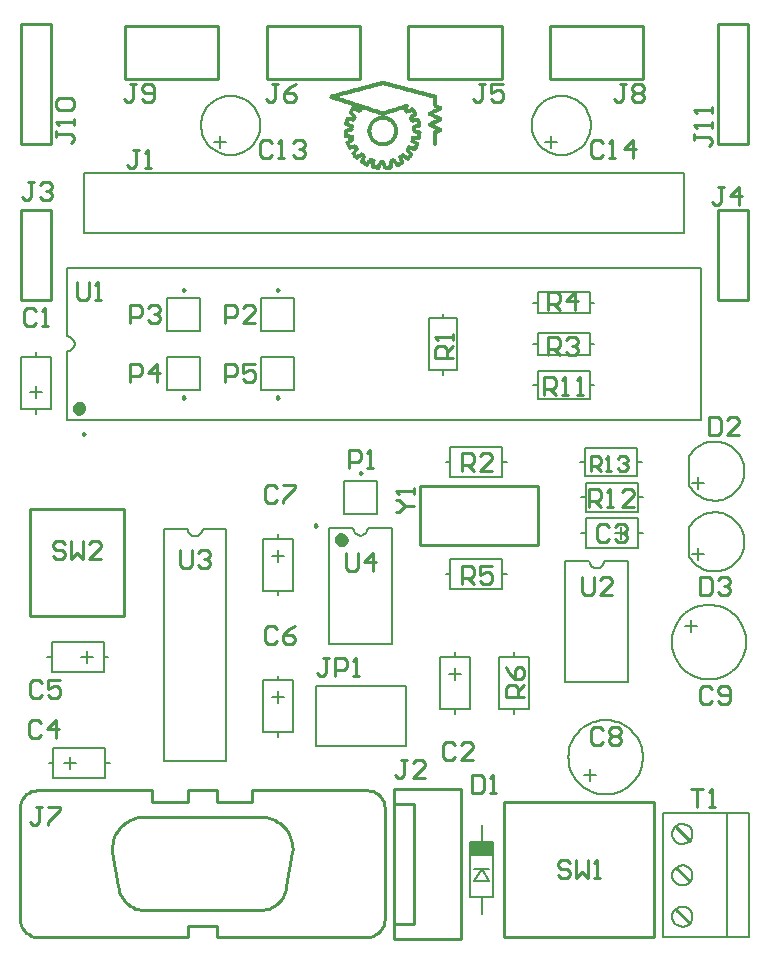
<source format=gto>
%FSAX44Y44*%
%MOMM*%
G71*
G01*
G75*
G04 Layer_Color=65535*
%ADD10C,0.2540*%
%ADD11C,1.0000*%
%ADD12R,1.5000X1.5000*%
%ADD13C,1.2000*%
%ADD14C,1.5240*%
%ADD15R,1.5240X1.5240*%
%ADD16R,1.2000X1.2000*%
%ADD17C,1.5000*%
%ADD18P,1.6236X8X112.5*%
%ADD19R,1.5000X1.5000*%
%ADD20C,1.5000*%
%ADD21P,1.5154X8X22.5*%
%ADD22C,1.4000*%
%ADD23C,3.5000*%
%ADD24C,2.5000*%
%ADD25R,2.5000X2.5000*%
%ADD26R,1.2000X1.2000*%
%ADD27R,1.5000X1.5000*%
%ADD28R,1.5240X1.5240*%
%ADD29C,3.1750*%
%ADD30C,1.2700*%
%ADD31C,0.2500*%
%ADD32C,0.2000*%
%ADD33C,0.6000*%
%ADD34R,0.3048X0.0254*%
%ADD35R,0.4318X0.0254*%
%ADD36R,0.6350X0.0254*%
%ADD37R,0.8382X0.0254*%
%ADD38R,1.0668X0.0254*%
%ADD39R,1.1684X0.0254*%
%ADD40R,1.3716X0.0254*%
%ADD41R,1.5748X0.0254*%
%ADD42R,1.7780X0.0254*%
%ADD43R,1.9304X0.0254*%
%ADD44R,2.1590X0.0254*%
%ADD45R,2.3368X0.0254*%
%ADD46R,1.1176X0.0254*%
%ADD47R,1.1938X0.0254*%
%ADD48R,1.1430X0.0254*%
%ADD49R,1.2192X0.0254*%
%ADD50R,1.0922X0.0254*%
%ADD51R,0.9906X0.0254*%
%ADD52R,1.0414X0.0254*%
%ADD53R,0.9144X0.0254*%
%ADD54R,0.7874X0.0254*%
%ADD55R,0.8636X0.0254*%
%ADD56R,0.7366X0.0254*%
%ADD57R,0.6604X0.0254*%
%ADD58R,0.6096X0.0254*%
%ADD59R,0.7620X0.0254*%
%ADD60R,0.5588X0.0254*%
%ADD61R,0.8890X0.0254*%
%ADD62R,0.3556X0.0254*%
%ADD63R,0.9398X0.0254*%
%ADD64R,0.2794X0.0254*%
%ADD65R,0.9652X0.0254*%
%ADD66R,0.0762X0.0254*%
%ADD67R,0.2032X0.0254*%
%ADD68R,0.3302X0.0254*%
%ADD69R,0.4826X0.0254*%
%ADD70R,0.3810X0.0254*%
%ADD71R,0.6858X0.0254*%
%ADD72R,0.0508X0.0254*%
%ADD73R,0.5334X0.0254*%
%ADD74R,0.1778X0.0254*%
%ADD75R,0.8128X0.0254*%
%ADD76R,0.5842X0.0254*%
%ADD77R,0.2540X0.0254*%
%ADD78R,0.4572X0.0254*%
%ADD79R,1.0160X0.0254*%
%ADD80R,0.1524X0.0254*%
%ADD81R,1.8796X0.0254*%
%ADD82R,1.2700X0.0254*%
%ADD83R,0.4064X0.0254*%
%ADD84R,0.5080X0.0254*%
%ADD85R,1.8288X0.0254*%
%ADD86R,1.6510X0.0254*%
%ADD87R,1.5240X0.0254*%
%ADD88R,1.3462X0.0254*%
%ADD89R,0.1016X0.0254*%
%ADD90R,0.7112X0.0254*%
%ADD91R,1.4224X0.0254*%
%ADD92R,1.4986X0.0254*%
%ADD93R,1.6256X0.0254*%
%ADD94R,0.2286X0.0254*%
%ADD95R,0.1270X0.0254*%
%ADD96R,1.4732X0.0254*%
%ADD97R,1.3208X0.0254*%
%ADD98R,1.2446X0.0254*%
%ADD99R,1.9300X1.2040*%
G54D10*
X00995009Y00798358D02*
X00996858Y00796509D01*
X00999000Y00795010D01*
X01001370Y00793905D01*
X01003895Y00793228D01*
X01006500Y00793000D01*
X01006500Y00793000D02*
X01133500D01*
Y00802500D01*
X01158500D01*
Y00793000D01*
X01285500D01*
X01285500Y00793000D02*
X01288105Y00793228D01*
X01290630Y00793905D01*
X01293000Y00795010D01*
X01295142Y00796509D01*
X01296991Y00798358D01*
X01298490Y00800500D01*
X01299595Y00802870D01*
X01300272Y00805395D01*
X01300500Y00808000D01*
X01300500Y00808000D02*
Y00902000D01*
X01300500Y00902000D02*
X01300272Y00904605D01*
X01299595Y00907130D01*
X01298490Y00909500D01*
X01296991Y00911642D01*
X01295142Y00913491D01*
X01293000Y00914990D01*
X01290630Y00916095D01*
X01288105Y00916772D01*
X01285500Y00917000D01*
X01285500Y00917000D02*
X01188500D01*
Y00907500D01*
X01158500D01*
Y00917000D01*
X01133500D01*
Y00907500D01*
X01103500D01*
Y00917000D01*
X01006500D01*
X01006500Y00917000D02*
X01003895Y00916772D01*
X01001370Y00916095D01*
X00999000Y00914990D01*
X00996858Y00913491D01*
X00995009Y00911642D01*
X00993510Y00909500D01*
X00992405Y00907130D01*
X00991728Y00904605D01*
X00991500Y00902000D01*
X00991500Y00902000D02*
Y00808000D01*
X00991500Y00808000D02*
X00991728Y00805395D01*
X00992405Y00802870D01*
X00993510Y00800500D01*
X00995009Y00798358D01*
X01080957Y00822503D02*
X01082813Y00820755D01*
X01084853Y00819226D01*
X01087051Y00817934D01*
X01089379Y00816897D01*
X01091810Y00816127D01*
X01094311Y00815634D01*
X01096852Y00815424D01*
X01099400Y00815500D01*
X01099400D02*
X01192600D01*
X01192600Y00815500D02*
X01195148Y00815424D01*
X01197689Y00815634D01*
X01200190Y00816127D01*
X01202621Y00816897D01*
X01204949Y00817934D01*
X01207148Y00819226D01*
X01209187Y00820755D01*
X01211043Y00822503D01*
X01212691Y00824448D01*
X01214111Y00826566D01*
X01215285Y00828829D01*
X01216198Y00831209D01*
X01216839Y00833676D01*
X01217200Y00836200D01*
X01222300Y00865100D01*
X01222300Y00865100D02*
X01222406Y00867601D01*
X01222281Y00870102D01*
X01221926Y00872580D01*
X01221344Y00875016D01*
X01220539Y00877387D01*
X01219519Y00879673D01*
X01218293Y00881856D01*
X01216870Y00883916D01*
X01215263Y00885836D01*
X01213486Y00887600D01*
X01211554Y00889193D01*
X01209483Y00890600D01*
X01207291Y00891810D01*
X01204997Y00892812D01*
X01202620Y00893599D01*
X01200181Y00894163D01*
X01197700Y00894500D01*
X01197700Y00894500D02*
X01094300D01*
X01094300Y00894500D02*
X01091819Y00894163D01*
X01089380Y00893599D01*
X01087003Y00892812D01*
X01084708Y00891810D01*
X01082517Y00890600D01*
X01080446Y00889192D01*
X01078514Y00887600D01*
X01076737Y00885836D01*
X01075130Y00883916D01*
X01073707Y00881856D01*
X01072481Y00879673D01*
X01071461Y00877386D01*
X01070656Y00875016D01*
X01070074Y00872580D01*
X01069719Y00870102D01*
X01069594Y00867601D01*
X01069700Y00865100D01*
X01069700Y00865100D02*
X01074800Y00836200D01*
X01075161Y00833676D01*
X01075802Y00831209D01*
X01076715Y00828829D01*
X01077889Y00826566D01*
X01079309Y00824448D01*
X01080957Y00822503D01*
X01015235Y00887500D02*
Y00890039D01*
X01025392Y00900196D01*
Y00902735D01*
X01015235D01*
X01010157D02*
X01005078D01*
X01007617D01*
Y00890039D01*
X01005078Y00887500D01*
X01002539D01*
X01000000Y00890039D01*
X01002085Y00961230D02*
X01007163D01*
X01009703Y00963769D01*
X00999546D02*
X01002085Y00961230D01*
X00999546Y00963769D02*
Y00973926D01*
X01002085Y00976465D01*
X01007163D01*
X01009703Y00973926D01*
X01014781Y00968848D02*
X01024938D01*
X01022399Y00976465D02*
X01014781Y00968848D01*
X01022399Y00976465D02*
Y00961230D01*
X01022853Y00995000D02*
X01017774D01*
X01015235Y00997539D01*
X01010157D02*
X01007617Y00995000D01*
X01002539D01*
X01000000Y00997539D01*
Y01007696D01*
X01002539Y01010235D01*
X01007617D01*
X01010157Y01007696D01*
X01015235Y01010235D02*
Y01002617D01*
X01020313Y01005157D01*
X01022853D01*
X01025392Y01002617D01*
Y00997539D01*
X01022853Y00995000D01*
X01025392Y01010235D02*
X01015235D01*
X01080000Y01065000D02*
Y01155000D01*
X01000000D01*
Y01065000D01*
X01080000D01*
X01127500Y01107539D02*
X01130039Y01105000D01*
X01135117D01*
X01137657Y01107539D01*
Y01120235D01*
X01142735Y01117696D02*
X01145274Y01120235D01*
X01150353D01*
X01152892Y01117696D01*
Y01115157D01*
X01150353Y01112617D01*
X01147813D01*
X01150353D01*
X01152892Y01110078D01*
Y01107539D01*
X01150353Y01105000D01*
X01145274D01*
X01142735Y01107539D01*
X01127500D02*
Y01120235D01*
X01060627Y01122657D02*
Y01125196D01*
X01058088Y01127735D01*
X01053009D01*
X01050470Y01125196D01*
X01045392Y01127735D02*
Y01112500D01*
X01040313Y01117578D01*
X01035235Y01112500D01*
Y01127735D01*
X01050470Y01112500D02*
X01060627Y01122657D01*
Y01112500D02*
X01050470D01*
X01030157Y01115039D02*
X01027617Y01112500D01*
X01022539D01*
X01020000Y01115039D01*
Y01122657D02*
X01022539Y01120117D01*
X01027617D01*
X01030157Y01117578D01*
Y01115039D01*
Y01125196D02*
X01027617Y01127735D01*
X01022539D01*
X01020000Y01125196D01*
Y01122657D01*
X01165000Y01262500D02*
Y01277735D01*
X01172618D01*
X01175157Y01275196D01*
Y01270118D01*
X01172618Y01267578D01*
X01165000D01*
X01180235Y01265039D02*
X01182775Y01262500D01*
X01187853D01*
X01190392Y01265039D01*
Y01270118D01*
X01187853Y01272657D01*
X01185314D01*
X01180235Y01270118D01*
Y01277735D01*
X01190392D01*
Y01312500D02*
X01180235D01*
X01190392Y01322657D01*
Y01325196D01*
X01187853Y01327735D01*
X01182775D01*
X01180235Y01325196D01*
X01175157D02*
Y01320118D01*
X01172618Y01317578D01*
X01165000D01*
Y01312500D02*
Y01327735D01*
X01172618D01*
X01175157Y01325196D01*
X01110392D02*
Y01322657D01*
X01107853Y01320118D01*
X01105313D01*
X01107853D01*
X01110392Y01317578D01*
Y01315039D01*
X01107853Y01312500D01*
X01102774D01*
X01100235Y01315039D01*
X01107853Y01277735D02*
X01100235Y01270118D01*
X01110392D01*
X01107853Y01262500D02*
Y01277735D01*
X01095157Y01320118D02*
X01092618Y01317578D01*
X01085000D01*
Y01312500D02*
Y01327735D01*
X01092618D01*
X01095157Y01325196D01*
Y01320118D01*
X01092618Y01277735D02*
X01095157Y01275196D01*
Y01270118D01*
X01092618Y01267578D01*
X01085000D01*
Y01262500D02*
Y01277735D01*
X01092618D01*
X01100235Y01325196D02*
X01102774Y01327735D01*
X01107853D01*
X01110392Y01325196D01*
X01060313Y01332500D02*
X01057774D01*
Y01347735D01*
X01055235Y01345196D01*
X01050157Y01347735D02*
Y01335039D01*
X01047617Y01332500D01*
X01042539D01*
X01040000Y01335039D01*
Y01347735D01*
X01055235Y01332500D02*
X01060313D01*
X01017700Y01331900D02*
Y01408100D01*
X00992300D01*
Y01331900D01*
X01017700D01*
X01012774Y01325235D02*
X01010235Y01322696D01*
X01005157D02*
X01002617Y01325235D01*
X00997539D01*
X00995000Y01322696D01*
Y01312539D01*
X00997539Y01310000D01*
X01002617D01*
X01005157Y01312539D01*
X01010235Y01310000D02*
X01015313D01*
X01012774D01*
Y01325235D01*
X01011422Y01417066D02*
X01008883Y01419605D01*
X01001265D02*
X00998726Y01417066D01*
X00996187D01*
X00993648Y01419605D01*
X00998726Y01432301D02*
X01001265D01*
Y01419605D01*
X01003805Y01432301D02*
X00998726D01*
X01011422Y01417066D02*
X01016501D01*
X01019040Y01419605D01*
Y01422144D01*
X01016501Y01424684D01*
X01013961D01*
X01016501D01*
X01019040Y01427223D01*
Y01429762D01*
X01016501Y01432301D01*
X01011422D01*
X01008883Y01429762D01*
X01034961Y01465000D02*
X01037500Y01467539D01*
Y01470078D01*
X01034961Y01472617D01*
X01022265D01*
Y01470078D01*
Y01475157D01*
X01024804Y01480235D02*
X01022265Y01482774D01*
X01037500D01*
Y01485313D01*
Y01480235D01*
X01082500Y01446539D02*
X01085039Y01444000D01*
X01087578D01*
X01090117Y01446539D01*
Y01459235D01*
X01087578D01*
X01092657D01*
X01097735Y01444000D02*
X01102813D01*
X01100274D01*
Y01459235D01*
X01097735Y01456696D01*
X01097774Y01500000D02*
X01102853D01*
X01105392Y01502539D01*
Y01512696D01*
X01102853Y01515235D01*
X01097774D01*
X01095235Y01512696D01*
Y01510157D01*
X01097774Y01507617D01*
X01105392D01*
X01097774Y01500000D02*
X01095235Y01502539D01*
X01087617D02*
X01085078Y01500000D01*
X01082539D01*
X01080000Y01502539D01*
X01087617D02*
Y01515235D01*
X01085078D01*
X01090157D01*
X01080500Y01519000D02*
X01159500D01*
Y01564000D01*
X01080500D01*
Y01519000D01*
X01034961Y01503088D02*
X01037500Y01500549D01*
Y01495470D01*
X01034961Y01492931D01*
X01024804D01*
X01022265Y01495470D01*
Y01500549D01*
X01024804Y01503088D01*
X01034961D01*
X01017700Y01464200D02*
Y01565800D01*
X00992300D01*
Y01464200D01*
X01017700D01*
X01195000Y01465196D02*
Y01455039D01*
X01197539Y01452500D01*
X01202617D01*
X01205157Y01455039D01*
X01210235Y01452500D02*
X01215313D01*
X01212774D01*
Y01467735D01*
X01210235Y01465196D01*
X01205157D02*
X01202617Y01467735D01*
X01197539D01*
X01195000Y01465196D01*
X01222931D02*
X01225470Y01467735D01*
X01230548D01*
X01233088Y01465196D01*
Y01462657D01*
X01230548Y01460117D01*
X01228009D01*
X01230548D01*
X01233088Y01457578D01*
Y01455039D01*
X01230548Y01452500D01*
X01225470D01*
X01222931Y01455039D01*
X01225392Y01502539D02*
Y01505078D01*
X01222853Y01507617D01*
X01215235D01*
Y01502539D01*
X01217774Y01500000D01*
X01222853D01*
X01225392Y01502539D01*
X01279500Y01519000D02*
Y01564000D01*
X01200500D01*
Y01519000D01*
X01279500D01*
X01320500D02*
X01399500D01*
Y01564000D01*
X01320500D01*
Y01519000D01*
X01375000Y01502539D02*
X01377539Y01500000D01*
X01380078D01*
X01382617Y01502539D01*
Y01515235D01*
X01380078D01*
X01385157D01*
X01390235Y01507617D02*
X01395313Y01510157D01*
X01397853D01*
X01400392Y01507617D01*
Y01502539D01*
X01397853Y01500000D01*
X01392774D01*
X01390235Y01502539D01*
Y01507617D02*
Y01515235D01*
X01400392D01*
X01440500Y01519000D02*
X01519500D01*
Y01564000D01*
X01440500D01*
Y01519000D01*
X01477539Y01467735D02*
X01475000Y01465196D01*
Y01455039D01*
X01477539Y01452500D01*
X01482617D01*
X01485157Y01455039D01*
X01490235Y01452500D02*
X01495313D01*
X01492774D01*
Y01467735D01*
X01490235Y01465196D01*
X01485157D02*
X01482617Y01467735D01*
X01477539D01*
X01510549D02*
X01502931Y01460117D01*
X01513088D01*
X01510549Y01452500D02*
Y01467735D01*
X01517853Y01500000D02*
X01512774D01*
X01510235Y01502539D01*
Y01505078D01*
X01512774Y01507617D01*
X01510235Y01510157D01*
Y01512696D01*
X01512774Y01515235D01*
X01517853D01*
X01520392Y01512696D01*
Y01510157D01*
X01517853Y01507617D01*
X01520392Y01505078D01*
Y01502539D01*
X01517853Y01500000D01*
Y01507617D02*
X01512774D01*
X01502617Y01502539D02*
X01500078Y01500000D01*
X01497539D01*
X01495000Y01502539D01*
X01502617D02*
Y01515235D01*
X01500078D01*
X01505157D01*
X01562265Y01480274D02*
X01564804Y01477735D01*
X01562265Y01480274D02*
X01577500D01*
Y01482813D01*
Y01477735D01*
X01574961Y01470117D02*
X01577500Y01467578D01*
Y01465039D01*
X01574961Y01462500D01*
Y01470117D02*
X01562265D01*
Y01467578D01*
Y01472657D01*
X01582578Y01427735D02*
X01585117D01*
Y01415039D01*
X01582578Y01412500D01*
X01580039D01*
X01577500Y01415039D01*
X01582300Y01408100D02*
X01607700D01*
Y01331900D01*
X01582300D01*
Y01408100D01*
X01600353Y01412500D02*
Y01427735D01*
X01592735Y01420117D01*
X01602892D01*
X01587657Y01427735D02*
X01582578D01*
X01582300Y01464200D02*
X01607700D01*
Y01565800D01*
X01582300D01*
Y01464200D01*
X01577500Y01490431D02*
Y01495509D01*
Y01492970D01*
X01562265D01*
X01564804Y01490431D01*
X01446278Y01339217D02*
X01448817Y01336678D01*
Y01331599D01*
X01446278Y01329060D01*
X01438660D01*
Y01323982D02*
Y01339217D01*
X01446278D01*
X01443738Y01329060D02*
X01448817Y01323982D01*
X01446278Y01300985D02*
X01448817Y01298446D01*
Y01293367D01*
X01446278Y01290828D01*
X01438660D01*
X01443738D02*
X01448817Y01285750D01*
X01438660D02*
Y01300985D01*
X01446278D01*
X01442878Y01266756D02*
X01445417Y01264217D01*
Y01259138D01*
X01442878Y01256599D01*
X01435260D01*
Y01251521D02*
Y01266756D01*
X01442878D01*
X01440338Y01256599D02*
X01445417Y01251521D01*
X01475000Y01199996D02*
X01481248D01*
X01483331Y01197913D01*
Y01193748D01*
X01481248Y01191665D01*
X01475000D01*
Y01187500D02*
Y01199996D01*
X01479165Y01191665D02*
X01483331Y01187500D01*
X01487496D02*
X01491661D01*
X01489579D01*
Y01199996D01*
X01487496Y01197913D01*
X01497909D02*
X01499992Y01199996D01*
X01504157D01*
X01506240Y01197913D01*
Y01195831D01*
X01504157Y01193748D01*
X01502075D01*
X01504157D01*
X01506240Y01191665D01*
Y01189583D01*
X01504157Y01187500D01*
X01499992D01*
X01497909Y01189583D01*
X01503750Y01171775D02*
X01501211Y01169236D01*
X01503750Y01171775D02*
X01508828D01*
X01511367Y01169236D01*
Y01166697D01*
X01501211Y01156540D01*
X01511367D01*
X01493593D02*
X01491054D01*
Y01171775D01*
X01488515Y01169236D01*
X01483436D02*
Y01164158D01*
X01480897Y01161618D01*
X01473280D01*
X01478358D02*
X01483436Y01156540D01*
X01488515D02*
X01493593D01*
X01495235Y01140196D02*
X01497774Y01142735D01*
X01502853D01*
X01505392Y01140196D01*
Y01137657D01*
X01502853Y01135117D01*
X01500313D01*
X01502853D01*
X01505392Y01132578D01*
Y01130039D01*
X01502853Y01127500D01*
X01497774D01*
X01495235Y01130039D01*
X01490157D02*
X01487617Y01127500D01*
X01482539D01*
X01480000Y01130039D01*
Y01140196D01*
X01482539Y01142735D01*
X01487617D01*
X01490157Y01140196D01*
X01490353Y01097735D02*
X01485274D01*
X01482735Y01095196D01*
X01492892D02*
X01490353Y01097735D01*
X01492892Y01095196D02*
Y01092657D01*
X01482735Y01082500D01*
X01492892D01*
X01477657Y01097735D02*
Y01085039D01*
X01475117Y01082500D01*
X01470039D01*
X01467500Y01085039D01*
Y01097735D01*
X01473280Y01156540D02*
Y01171775D01*
X01480897D01*
X01483436Y01169236D01*
X01567500Y01097735D02*
Y01082500D01*
X01575117D01*
X01577657Y01085039D01*
Y01095196D01*
X01575117Y01097735D01*
X01567500D01*
X01582735Y01095196D02*
X01585274Y01097735D01*
X01590353D01*
X01592892Y01095196D01*
Y01092657D01*
X01590353Y01090118D01*
X01587813D01*
X01590353D01*
X01592892Y01087578D01*
Y01085039D01*
X01590353Y01082500D01*
X01585274D01*
X01582735Y01085039D01*
X01577657Y01002696D02*
X01575117Y01005235D01*
X01570039D01*
X01567500Y01002696D01*
Y00992539D01*
X01570039Y00990000D01*
X01575117D01*
X01577657Y00992539D01*
X01582735D02*
X01585274Y00990000D01*
X01590353D01*
X01592892Y00992539D01*
Y01002696D01*
X01590353Y01005235D01*
X01585274D01*
X01582735Y01002696D01*
Y01000157D01*
X01585274Y00997617D01*
X01592892D01*
X01577774Y00917735D02*
X01575235Y00915196D01*
X01577774Y00917735D02*
Y00902500D01*
X01580313D01*
X01575235D01*
X01565078D02*
Y00917735D01*
X01570157D01*
X01560000D01*
X01547100Y00885640D02*
X01558530Y00874210D01*
X01547100Y00851350D02*
X01558530Y00839920D01*
X01547100Y00815790D02*
X01558530Y00804360D01*
X01528500Y00792850D02*
Y00907150D01*
X01401500D01*
Y00792850D01*
X01528500D01*
X01483049Y00842500D02*
X01480509D01*
Y00857735D01*
X01477970Y00855196D01*
X01472892Y00857735D02*
Y00842500D01*
X01467813Y00847578D01*
X01462735Y00842500D01*
Y00857735D01*
X01457657Y00855196D02*
X01455117Y00857735D01*
X01450039D01*
X01447500Y00855196D01*
Y00852657D01*
X01450039Y00850117D01*
X01455117D01*
X01457657Y00847578D01*
Y00845039D01*
X01455117Y00842500D01*
X01450039D01*
X01447500Y00845039D01*
X01477970Y00842500D02*
X01483049D01*
X01482617Y00955000D02*
X01485157Y00957539D01*
X01490235D02*
Y00960078D01*
X01492774Y00962617D01*
X01490235Y00965157D01*
Y00967696D01*
X01492774Y00970235D01*
X01497853D01*
X01500392Y00967696D01*
Y00965157D01*
X01497853Y00962617D01*
X01500392Y00960078D01*
Y00957539D01*
X01497853Y00955000D01*
X01492774D01*
X01490235Y00957539D01*
X01492774Y00962617D02*
X01497853D01*
X01482617Y00955000D02*
X01477539D01*
X01475000Y00957539D01*
Y00967696D01*
X01477539Y00970235D01*
X01482617D01*
X01485157Y00967696D01*
X01418460Y01005937D02*
X01413382Y01000858D01*
Y01003397D02*
Y00995780D01*
X01403225D02*
Y01003397D01*
X01405764Y01005937D01*
X01410842D01*
X01413382Y01003397D01*
X01415921Y01011015D02*
X01418460Y01013554D01*
Y01018632D01*
X01415921Y01021172D01*
X01413382D01*
X01410842Y01018632D01*
Y01011015D01*
X01415921D01*
X01410842D02*
X01405764Y01016093D01*
X01403225Y01021172D01*
Y00995780D02*
X01418460D01*
X01392168Y00929889D02*
X01389629Y00927350D01*
X01392168Y00929889D02*
Y00914654D01*
X01394707D01*
X01389629D01*
X01375392Y00942500D02*
X01365235D01*
X01375392Y00952657D01*
Y00955196D01*
X01372853Y00957735D01*
X01367774D01*
X01365235Y00955196D01*
X01360157D02*
X01357617Y00957735D01*
X01352539D01*
X01350000Y00955196D01*
Y00945039D01*
X01352539Y00942500D01*
X01357617D01*
X01360157Y00945039D01*
X01374394Y00929889D02*
Y00914654D01*
X01382012D01*
X01384551Y00917193D01*
Y00927350D01*
X01382012Y00929889D01*
X01374394D01*
X01365400Y00918500D02*
Y00791500D01*
X01308200D01*
Y00918500D01*
X01365400D01*
X01334762Y00937511D02*
Y00940050D01*
X01332223Y00942589D01*
X01327144D01*
X01324605Y00940050D01*
X01334762Y00937511D02*
X01324605Y00927354D01*
X01334762D01*
X01325000Y00905800D02*
Y00804200D01*
X01308200D01*
X01325000Y00905800D02*
X01308200D01*
X01311909Y00927354D02*
X01309370Y00929893D01*
X01311909Y00927354D02*
X01314448D01*
X01316987Y00929893D01*
Y00942589D01*
X01314448D01*
X01319527D01*
X01278888Y01013940D02*
X01276349D01*
Y01029175D01*
X01273810Y01026636D01*
X01268732D02*
Y01021557D01*
X01266193Y01019018D01*
X01258575D01*
Y01013940D02*
Y01029175D01*
X01266193D01*
X01268732Y01026636D01*
X01273810Y01013940D02*
X01278888D01*
X01250957Y01016479D02*
X01248418Y01013940D01*
X01245879D01*
X01243340Y01016479D01*
X01250957D02*
Y01029175D01*
X01248418D01*
X01253497D01*
X01221804Y01040551D02*
X01224343Y01043090D01*
Y01045629D01*
X01221804Y01048168D01*
X01214186D01*
Y01043090D01*
X01216725Y01040551D01*
X01221804D01*
X01206569D02*
X01209108Y01043090D01*
X01206569Y01040551D02*
X01201490D01*
X01198951Y01043090D01*
Y01053247D01*
X01201490Y01055786D01*
X01206569D01*
X01209108Y01053247D01*
X01219264D02*
X01214186Y01048168D01*
X01219264Y01053247D02*
X01224343Y01055786D01*
X01267500Y01105039D02*
X01270039Y01102500D01*
X01275117D01*
X01277657Y01105039D01*
Y01117735D01*
X01267500D02*
Y01105039D01*
X01282735Y01110117D02*
X01292892D01*
X01290353Y01102500D02*
Y01117735D01*
X01282735Y01110117D01*
X01309765Y01152500D02*
X01312304D01*
X01317383Y01157578D01*
X01312304Y01162657D01*
X01309765D01*
Y01170274D02*
X01312304Y01167735D01*
X01309765Y01170274D02*
X01325000D01*
Y01172813D01*
Y01167735D01*
X01330000Y01175000D02*
X01430000D01*
Y01125000D01*
X01330000D01*
Y01175000D01*
X01325000Y01157578D02*
X01317383D01*
X01290313Y01190000D02*
X01287774D01*
Y01205235D01*
X01285235Y01202696D01*
X01280157D02*
Y01197617D01*
X01277617Y01195078D01*
X01270000D01*
Y01205235D02*
X01277617D01*
X01280157Y01202696D01*
X01270000Y01205235D02*
Y01190000D01*
X01285235D02*
X01290313D01*
X01365780Y01106775D02*
X01373397D01*
X01375936Y01104236D01*
Y01099158D01*
X01373397Y01096619D01*
X01365780D01*
X01370858D02*
X01375936Y01091540D01*
X01383554D02*
X01381015Y01094080D01*
X01383554Y01091540D02*
X01388632D01*
X01391172Y01094080D01*
Y01099158D01*
X01388632Y01101697D01*
X01386093D01*
X01381015Y01099158D01*
Y01106775D01*
X01391172D01*
X01365780D02*
Y01091540D01*
X01391472Y01187641D02*
X01381315D01*
X01391472Y01197797D01*
Y01200337D01*
X01388932Y01202876D01*
X01383854D01*
X01381315Y01200337D01*
X01376237D02*
Y01195258D01*
X01373697Y01192719D01*
X01366080D01*
X01371158D02*
X01376237Y01187641D01*
X01366080D02*
Y01202876D01*
X01373697D01*
X01376237Y01200337D01*
X01358479Y01282760D02*
X01343244D01*
Y01290378D01*
X01345783Y01292917D01*
X01350862D01*
X01353401Y01290378D01*
Y01282760D01*
Y01287839D02*
X01358479Y01292917D01*
Y01297995D02*
Y01303074D01*
Y01300535D01*
X01343244D01*
X01345783Y01297995D01*
X01450495Y01251521D02*
X01455573D01*
X01453034D01*
Y01266756D01*
X01450495Y01264217D01*
X01463191D02*
X01465730Y01266756D01*
Y01251521D01*
X01468269D01*
X01463191D01*
X01461513Y01285750D02*
X01456434D01*
X01453895Y01288289D01*
X01464052D02*
X01461513Y01285750D01*
X01464052Y01288289D02*
Y01290828D01*
X01461513Y01293367D01*
X01458974D01*
X01461513D01*
X01464052Y01295907D01*
Y01298446D01*
X01461513Y01300985D01*
X01456434D01*
X01453895Y01298446D01*
X01461513Y01323982D02*
Y01339217D01*
X01453895Y01331599D01*
X01464052D01*
X01575000Y01232735D02*
Y01217500D01*
X01582617D01*
X01585157Y01220039D01*
Y01230196D01*
X01582617Y01232735D01*
X01575000D01*
X01590235Y01217500D02*
X01600392Y01227657D01*
Y01230196D01*
X01597853Y01232735D01*
X01592774D01*
X01590235Y01230196D01*
Y01217500D02*
X01600392D01*
X01225392Y01515235D02*
X01220313Y01512696D01*
X01215235Y01507617D01*
X01207617Y01502539D02*
X01205078Y01500000D01*
X01202539D01*
X01200000Y01502539D01*
X01207617D02*
Y01515235D01*
X01205078D01*
X01210157D01*
X01209108Y01173247D02*
X01206569Y01175786D01*
X01201490D01*
X01198951Y01173247D01*
Y01163090D01*
X01201490Y01160551D01*
X01206569D01*
X01209108Y01163090D01*
X01214186D02*
Y01160551D01*
Y01163090D02*
X01224343Y01173247D01*
Y01175786D01*
X01214186D01*
G54D31*
X01045075Y01217718D02*
X01046950Y01218800D01*
X01045075Y01219883D01*
Y01217718D01*
X01129375Y01248417D02*
X01131250Y01249500D01*
X01129375Y01250583D01*
Y01248417D01*
X01209375D02*
X01211250Y01249500D01*
X01209375Y01250583D01*
Y01248417D01*
X01279375Y01186583D02*
Y01184417D01*
X01281250Y01185500D01*
X01279375Y01186583D01*
X01243150Y01141100D02*
X01241275Y01142183D01*
Y01140017D01*
X01243150Y01141100D01*
X01211250Y01340500D02*
X01209375Y01341583D01*
Y01339418D01*
X01211250Y01340500D01*
X01131250D02*
X01129375Y01341583D01*
Y01339418D01*
X01131250Y01340500D01*
G54D32*
X01020000Y00927300D02*
Y00952700D01*
X01064000D01*
Y00927300D01*
X01020000D01*
X01034280Y00934920D02*
Y00945080D01*
X01039360Y00940000D02*
X01029200D01*
X01020000D02*
X01016000D01*
X01064000D02*
X01068000D01*
X01113500Y00941500D02*
X01166500D01*
Y01138500D01*
X01146350D01*
X01146350Y01138500D02*
X01145867Y01136070D01*
X01144490Y01134010D01*
X01142430Y01132633D01*
X01140000Y01132150D01*
X01137570Y01132633D01*
X01135510Y01134010D01*
X01134133Y01136070D01*
X01133650Y01138500D01*
X01133650Y01138500D02*
X01113500D01*
Y00941500D01*
X01066500Y01030000D02*
X01062500D01*
X01053300D02*
X01043140D01*
X01048220Y01024920D02*
Y01035080D01*
X01062500Y01042700D02*
X01018500D01*
Y01017300D01*
X01062500D01*
Y01042700D01*
X01018500Y01030000D02*
X01014500D01*
X01197300Y00966000D02*
X01222700D01*
Y01010000D01*
X01197300D01*
Y00966000D01*
X01210000D02*
Y00962000D01*
X01241900Y00954600D02*
X01318100D01*
Y01005400D01*
X01241900D01*
Y00954600D01*
X01210000Y00990640D02*
Y01000800D01*
Y01010000D02*
Y01014000D01*
X01204920Y00995720D02*
X01215080D01*
X01253500Y01041000D02*
X01306500D01*
Y01139000D01*
X01286350D01*
X01286350D02*
X01285867Y01136570D01*
X01284490Y01134510D01*
X01282430Y01133133D01*
X01280000Y01132650D01*
X01277570Y01133133D01*
X01275510Y01134510D01*
X01274133Y01136570D01*
X01273650Y01139000D01*
X01273650D02*
X01253500D01*
Y01041000D01*
X01222700Y01086000D02*
Y01130000D01*
X01197300D01*
Y01086000D01*
X01222700D01*
X01210000D02*
Y01082000D01*
Y01110640D02*
Y01120800D01*
X01204920Y01115720D02*
X01215080D01*
X01210000Y01130000D02*
Y01134000D01*
X01266000Y01151000D02*
Y01179000D01*
X01294000D01*
Y01151000D01*
X01266000D01*
X01352000Y01100000D02*
X01356000D01*
Y01112500D01*
X01400000D01*
Y01087500D01*
X01356000D01*
Y01100000D01*
X01400000D02*
X01404000D01*
X01360000Y01034000D02*
Y01030000D01*
Y01020800D02*
Y01010640D01*
X01354920Y01015720D02*
X01365080D01*
X01372700Y01030000D02*
X01347300D01*
Y00986000D01*
X01372700D01*
Y01030000D01*
X01360000Y00986000D02*
Y00982000D01*
X01397500Y00986000D02*
Y01030000D01*
X01422500D01*
Y00986000D01*
X01410000D01*
Y00982000D01*
Y00986000D02*
X01397500D01*
X01410000Y01030000D02*
Y01034000D01*
X01465679Y00967718D02*
X01463922Y00965888D01*
X01462318Y00963923D01*
X01460876Y00961836D01*
X01459608Y00959639D01*
X01458521Y00957347D01*
X01457621Y00954975D01*
X01456915Y00952538D01*
X01456408Y00950053D01*
X01456102Y00947535D01*
X01456000Y00945000D01*
X01456102Y00942465D01*
X01456408Y00939947D01*
X01456915Y00937461D01*
X01457621Y00935025D01*
X01458521Y00932653D01*
X01459608Y00930361D01*
X01460876Y00928164D01*
X01462318Y00926077D01*
X01463922Y00924112D01*
X01465679Y00922282D01*
X01467578Y00920600D01*
X01469606Y00919076D01*
X01471750Y00917720D01*
X01473996Y00916541D01*
X01476330Y00915547D01*
X01478736Y00914744D01*
X01481199Y00914137D01*
X01483703Y00913730D01*
X01486232Y00913526D01*
X01488768D01*
X01491297Y00913730D01*
X01493801Y00914137D01*
X01496264Y00914744D01*
X01498670Y00915547D01*
X01501004Y00916541D01*
X01503250Y00917720D01*
X01505394Y00919076D01*
X01507422Y00920600D01*
X01509321Y00922282D01*
X01511078Y00924112D01*
X01512682Y00926077D01*
X01514124Y00928164D01*
X01515392Y00930361D01*
X01516479Y00932653D01*
X01517379Y00935025D01*
X01518085Y00937462D01*
X01518592Y00939947D01*
X01518898Y00942465D01*
X01519000Y00945000D01*
X01518898Y00947535D01*
X01518592Y00950053D01*
X01518085Y00952538D01*
X01517379Y00954975D01*
X01516479Y00957347D01*
X01515392Y00959639D01*
X01514124Y00961836D01*
X01512682Y00963923D01*
X01511078Y00965888D01*
X01509321Y00967718D01*
X01507422Y00969400D01*
X01505394Y00970924D01*
X01503250Y00972280D01*
X01501004Y00973459D01*
X01498670Y00974453D01*
X01496264Y00975256D01*
X01493801Y00975863D01*
X01491297Y00976270D01*
X01488768Y00976474D01*
X01486232D01*
X01483703Y00976270D01*
X01481199Y00975863D01*
X01478736Y00975256D01*
X01476330Y00974453D01*
X01473996Y00973459D01*
X01471750Y00972280D01*
X01469606Y00970924D01*
X01467578Y00969400D01*
X01465679Y00967718D01*
X01474030Y00934840D02*
Y00924680D01*
X01468950Y00929760D02*
X01479110D01*
X01546269Y00850781D02*
X01544842Y00848688D01*
X01544095Y00846267D01*
Y00843733D01*
X01544842Y00841312D01*
X01546269Y00839219D01*
X01548250Y00837639D01*
X01550609Y00836713D01*
X01553135Y00836524D01*
X01555605Y00837088D01*
X01557800Y00838354D01*
X01559523Y00840212D01*
X01560622Y00842495D01*
X01561000Y00845000D01*
X01560622Y00847505D01*
X01559523Y00849788D01*
X01557800Y00851646D01*
X01555605Y00852912D01*
X01553135Y00853476D01*
X01550609Y00853287D01*
X01548250Y00852361D01*
X01546269Y00850781D01*
Y00815781D02*
X01544842Y00813688D01*
X01544095Y00811267D01*
Y00808733D01*
X01544842Y00806312D01*
X01546269Y00804219D01*
X01548250Y00802639D01*
X01550609Y00801713D01*
X01553135Y00801524D01*
X01555605Y00802087D01*
X01557800Y00803354D01*
X01559523Y00805212D01*
X01560622Y00807495D01*
X01561000Y00810000D01*
X01560622Y00812505D01*
X01559523Y00814788D01*
X01557800Y00816646D01*
X01555605Y00817912D01*
X01553135Y00818476D01*
X01550609Y00818287D01*
X01548250Y00817361D01*
X01546269Y00815781D01*
X01536500Y00792500D02*
Y00897500D01*
X01608500D01*
Y00792500D01*
X01536500D01*
X01590000D02*
Y00897500D01*
X01557800Y00886646D02*
X01555605Y00887912D01*
X01553135Y00888476D01*
X01550609Y00888287D01*
X01548250Y00887361D01*
X01546269Y00885781D01*
X01544842Y00883688D01*
X01544095Y00881267D01*
Y00878733D01*
X01544842Y00876312D01*
X01546269Y00874219D01*
X01548250Y00872639D01*
X01550609Y00871713D01*
X01553135Y00871524D01*
X01555605Y00872088D01*
X01557800Y00873354D01*
X01559523Y00875212D01*
X01560622Y00877495D01*
X01561000Y00880000D01*
X01560622Y00882505D01*
X01559523Y00884788D01*
X01557800Y00886646D01*
X01581301Y01011637D02*
X01583764Y01012244D01*
X01586170Y01013047D01*
X01588504Y01014041D01*
X01590750Y01015220D01*
X01592894Y01016576D01*
X01594922Y01018100D01*
X01596821Y01019782D01*
X01598578Y01021612D01*
X01600182Y01023577D01*
X01601624Y01025664D01*
X01602892Y01027861D01*
X01603979Y01030153D01*
X01604879Y01032525D01*
X01605585Y01034962D01*
X01606092Y01037447D01*
X01606398Y01039965D01*
X01606500Y01042500D01*
X01606398Y01045035D01*
X01606092Y01047553D01*
X01605585Y01050038D01*
X01604879Y01052475D01*
X01603979Y01054847D01*
X01602892Y01057139D01*
X01601624Y01059336D01*
X01600182Y01061423D01*
X01598578Y01063388D01*
X01596821Y01065218D01*
X01594922Y01066900D01*
X01592894Y01068424D01*
X01590750Y01069780D01*
X01588504Y01070959D01*
X01586170Y01071953D01*
X01583764Y01072756D01*
X01581301Y01073363D01*
X01578797Y01073770D01*
X01576268Y01073974D01*
X01573732D01*
X01571203Y01073770D01*
X01568699Y01073363D01*
X01566236Y01072756D01*
X01563830Y01071953D01*
X01561496Y01070959D01*
X01559250Y01069780D01*
X01557106Y01068424D01*
X01555078Y01066900D01*
X01553179Y01065218D01*
X01551422Y01063388D01*
X01549818Y01061423D01*
X01548376Y01059336D01*
X01547108Y01057139D01*
X01546021Y01054847D01*
X01545121Y01052475D01*
X01544415Y01050038D01*
X01543908Y01047553D01*
X01543602Y01045035D01*
X01543500Y01042500D01*
X01543602Y01039965D01*
X01543908Y01037447D01*
X01544415Y01034961D01*
X01545121Y01032525D01*
X01546021Y01030153D01*
X01547108Y01027861D01*
X01548376Y01025664D01*
X01549818Y01023577D01*
X01551422Y01021612D01*
X01553179Y01019782D01*
X01555078Y01018100D01*
X01557106Y01016576D01*
X01559250Y01015220D01*
X01561496Y01014041D01*
X01563830Y01013047D01*
X01566236Y01012244D01*
X01568699Y01011637D01*
X01571203Y01011230D01*
X01573732Y01011026D01*
X01576268D01*
X01578797Y01011230D01*
X01581301Y01011637D01*
X01559760Y01050890D02*
Y01061050D01*
X01554680Y01055970D02*
X01564840D01*
X01581509Y01102346D02*
X01584010Y01102624D01*
X01586470Y01103152D01*
X01588865Y01103925D01*
X01591170Y01104934D01*
X01593362Y01106170D01*
X01595418Y01107620D01*
X01597318Y01109270D01*
X01599043Y01111102D01*
X01600575Y01113098D01*
X01601898Y01115238D01*
X01603000Y01117501D01*
X01603868Y01119862D01*
X01604495Y01122299D01*
X01604873Y01124787D01*
X01605000Y01127300D01*
X01604873Y01129813D01*
X01604495Y01132301D01*
X01603868Y01134737D01*
X01603000Y01137099D01*
X01601898Y01139361D01*
X01600575Y01141502D01*
X01599043Y01143498D01*
X01597318Y01145330D01*
X01595418Y01146980D01*
X01593362Y01148430D01*
X01591170Y01149666D01*
X01588865Y01150675D01*
X01586470Y01151448D01*
X01584010Y01151976D01*
X01581510Y01152254D01*
X01578993Y01152280D01*
X01576487Y01152052D01*
X01574017Y01151574D01*
X01571608Y01150849D01*
X01569283Y01149886D01*
X01567067Y01148695D01*
X01564982Y01147286D01*
X01563049Y01145675D01*
X01561287Y01143878D01*
X01559716Y01141913D01*
X01558349Y01139800D01*
X01558410Y01140000D02*
Y01114600D01*
X01558349Y01114800D02*
X01559716Y01112687D01*
X01561287Y01110722D01*
X01563049Y01108925D01*
X01564981Y01107314D01*
X01567066Y01105906D01*
X01569283Y01104714D01*
X01571607Y01103751D01*
X01574017Y01103027D01*
X01576487Y01102548D01*
X01578993Y01102320D01*
X01581509Y01102346D01*
X01566030Y01112060D02*
Y01122220D01*
X01560950Y01117140D02*
X01571110D01*
X01519000Y01135000D02*
X01515000D01*
Y01147700D02*
X01471000D01*
Y01122300D01*
X01515000D01*
Y01147700D01*
Y01153000D02*
Y01177000D01*
X01471000D01*
Y01165000D01*
X01467000D01*
X01471000D02*
Y01153000D01*
X01515000D01*
X01563049Y01168925D02*
X01564981Y01167314D01*
X01567066Y01165906D01*
X01569283Y01164714D01*
X01571607Y01163751D01*
X01574017Y01163027D01*
X01576487Y01162548D01*
X01578993Y01162320D01*
X01581509Y01162346D01*
X01584010Y01162624D01*
X01586470Y01163152D01*
X01588865Y01163925D01*
X01591170Y01164934D01*
X01593362Y01166170D01*
X01595418Y01167620D01*
X01597318Y01169270D01*
X01599043Y01171102D01*
X01600575Y01173098D01*
X01601898Y01175238D01*
X01603000Y01177501D01*
X01603868Y01179862D01*
X01604495Y01182299D01*
X01604873Y01184787D01*
X01605000Y01187300D01*
X01604873Y01189813D01*
X01604495Y01192301D01*
X01603868Y01194737D01*
X01603000Y01197099D01*
X01601898Y01199361D01*
X01600575Y01201502D01*
X01599043Y01203498D01*
X01597318Y01205330D01*
X01595418Y01206980D01*
X01593362Y01208430D01*
X01591170Y01209666D01*
X01588865Y01210675D01*
X01586470Y01211448D01*
X01584010Y01211976D01*
X01581510Y01212254D01*
X01578993Y01212280D01*
X01576487Y01212052D01*
X01574017Y01211573D01*
X01571608Y01210849D01*
X01569283Y01209886D01*
X01567067Y01208695D01*
X01564982Y01207286D01*
X01563049Y01205675D01*
X01561287Y01203878D01*
X01559716Y01201913D01*
X01558349Y01199800D01*
X01558410Y01200000D02*
Y01174600D01*
X01558349Y01174800D02*
X01559716Y01172687D01*
X01561287Y01170722D01*
X01563049Y01168925D01*
X01566030Y01172060D02*
Y01182220D01*
X01560950Y01177140D02*
X01571110D01*
X01518000Y01195000D02*
X01514000D01*
Y01207000D01*
X01470000D01*
Y01183000D01*
X01514000D01*
Y01195000D01*
X01515000Y01165000D02*
X01519000D01*
X01505800Y01135000D02*
X01495640D01*
X01500720Y01129920D02*
Y01140080D01*
X01506500Y01111500D02*
Y01008500D01*
X01453500D01*
Y01111500D01*
X01473650D01*
X01473650Y01111500D02*
X01474133Y01109070D01*
X01475510Y01107010D01*
X01477570Y01105633D01*
X01480000Y01105150D01*
X01482430Y01105633D01*
X01484490Y01107010D01*
X01485867Y01109070D01*
X01486350Y01111500D01*
X01486350Y01111500D02*
X01506500D01*
X01471000Y01135000D02*
X01467000D01*
X01466000Y01195000D02*
X01470000D01*
X01474000Y01248000D02*
Y01272000D01*
X01430000D01*
Y01260000D01*
Y01248000D01*
X01474000D01*
Y01260000D02*
X01478000D01*
X01474000Y01285750D02*
Y01304250D01*
X01430000D01*
Y01295000D01*
X01426000D01*
X01430000D02*
Y01285750D01*
X01474000D01*
Y01295000D02*
X01478000D01*
X01474000Y01320750D02*
Y01339250D01*
X01430000D01*
Y01330000D01*
X01426000D01*
X01430000D02*
Y01320750D01*
X01474000D01*
Y01330000D02*
X01478000D01*
X01430000Y01260000D02*
X01426000D01*
X01400000Y01207500D02*
X01356000D01*
Y01195000D01*
Y01182500D01*
X01400000D01*
Y01207500D01*
Y01195000D02*
X01404000D01*
X01356000D02*
X01352000D01*
X01362000Y01272500D02*
Y01316500D01*
X01338000D01*
Y01272500D01*
X01350000D01*
X01362000D01*
X01350000Y01316500D02*
Y01320500D01*
Y01272500D02*
Y01268500D01*
X01224000Y01334000D02*
X01196000D01*
Y01306000D01*
X01224000D01*
Y01334000D01*
Y01284000D02*
X01196000D01*
Y01256000D01*
X01224000D01*
Y01284000D01*
X01144000Y01334000D02*
X01116000D01*
Y01306000D01*
X01116000D02*
X01144000D01*
Y01334000D01*
X01116000Y01284000D02*
X01144000D01*
Y01256000D01*
X01116000D01*
X01116000D02*
Y01284000D01*
X01035990Y01290510D02*
X01037367Y01292570D01*
X01037850Y01295000D01*
X01037367Y01297430D01*
X01035990Y01299490D01*
X01033930Y01300867D01*
X01031500Y01301350D01*
X01031500Y01301350D02*
Y01359500D01*
X01568500D01*
Y01230500D01*
X01031500D01*
Y01288650D01*
X01031500Y01288650D02*
X01033930Y01289133D01*
X01035990Y01290510D01*
X01017700Y01284000D02*
Y01240000D01*
X00992300D01*
Y01284000D01*
X01017700D01*
X01005000D02*
Y01288000D01*
Y01259360D02*
Y01249200D01*
Y01240000D02*
Y01236000D01*
X00999920Y01254280D02*
X01010080D01*
X01046000Y01388600D02*
X01554000D01*
Y01439400D01*
X01046000D01*
Y01388600D01*
X01152776Y01461880D02*
X01154697Y01460231D01*
X01156776Y01458784D01*
X01158990Y01457555D01*
X01161317Y01456556D01*
X01163734Y01455798D01*
X01166214Y01455288D01*
X01168734Y01455032D01*
X01171266D01*
X01173786Y01455288D01*
X01176266Y01455798D01*
X01178683Y01456556D01*
X01181010Y01457555D01*
X01183224Y01458784D01*
X01185303Y01460231D01*
X01187224Y01461880D01*
X01188969Y01463716D01*
X01190519Y01465718D01*
X01191859Y01467867D01*
X01192974Y01470141D01*
X01193854Y01472516D01*
X01194488Y01474968D01*
X01194872Y01477471D01*
X01195000Y01480000D01*
X01194872Y01482529D01*
X01194488Y01485032D01*
X01193854Y01487484D01*
X01192974Y01489859D01*
X01191859Y01492133D01*
X01190519Y01494282D01*
X01188969Y01496284D01*
X01187224Y01498120D01*
X01185303Y01499769D01*
X01183224Y01501216D01*
X01181010Y01502445D01*
X01178683Y01503444D01*
X01176266Y01504202D01*
X01173786Y01504712D01*
X01171266Y01504968D01*
X01168734D01*
X01166214Y01504712D01*
X01163734Y01504202D01*
X01161317Y01503444D01*
X01158990Y01502445D01*
X01156776Y01501216D01*
X01154697Y01499769D01*
X01152776Y01498120D01*
X01151031Y01496284D01*
X01149481Y01494282D01*
X01148141Y01492133D01*
X01147026Y01489859D01*
X01146146Y01487484D01*
X01145512Y01485032D01*
X01145128Y01482529D01*
X01145000Y01480000D01*
X01145128Y01477471D01*
X01145512Y01474967D01*
X01146146Y01472516D01*
X01147026Y01470141D01*
X01148141Y01467867D01*
X01149481Y01465718D01*
X01151031Y01463716D01*
X01152776Y01461880D01*
X01156110Y01466030D02*
X01166270D01*
X01161190Y01460950D02*
Y01471110D01*
X01426147Y01472516D02*
X01427026Y01470141D01*
X01428141Y01467867D01*
X01429481Y01465718D01*
X01431031Y01463716D01*
X01432776Y01461880D01*
X01434697Y01460231D01*
X01436776Y01458784D01*
X01438990Y01457555D01*
X01441317Y01456556D01*
X01443734Y01455798D01*
X01446214Y01455288D01*
X01448734Y01455032D01*
X01451266D01*
X01453786Y01455288D01*
X01456266Y01455798D01*
X01458683Y01456556D01*
X01461010Y01457555D01*
X01463224Y01458784D01*
X01465303Y01460231D01*
X01467224Y01461880D01*
X01468969Y01463716D01*
X01470519Y01465718D01*
X01471859Y01467867D01*
X01472974Y01470141D01*
X01473853Y01472516D01*
X01474488Y01474968D01*
X01474872Y01477471D01*
X01475000Y01480000D01*
X01474872Y01482529D01*
X01474488Y01485032D01*
X01473853Y01487484D01*
X01472974Y01489859D01*
X01471859Y01492133D01*
X01470519Y01494282D01*
X01468969Y01496284D01*
X01467224Y01498120D01*
X01465303Y01499769D01*
X01463224Y01501216D01*
X01461010Y01502445D01*
X01458683Y01503444D01*
X01456266Y01504202D01*
X01453786Y01504712D01*
X01451266Y01504968D01*
X01448734D01*
X01446214Y01504712D01*
X01443734Y01504202D01*
X01441317Y01503444D01*
X01438990Y01502445D01*
X01436776Y01501216D01*
X01434697Y01499769D01*
X01432776Y01498120D01*
X01431031Y01496284D01*
X01429481Y01494282D01*
X01428141Y01492133D01*
X01427026Y01489859D01*
X01426147Y01487484D01*
X01425512Y01485032D01*
X01425128Y01482529D01*
X01425000Y01480000D01*
X01425128Y01477471D01*
X01425512Y01474967D01*
X01426147Y01472516D01*
X01436110Y01466030D02*
X01446270D01*
X01441190Y01460950D02*
Y01471110D01*
X01382500Y00888000D02*
Y00873000D01*
X01372850D02*
X01392150D01*
Y00827000D01*
X01372850D01*
Y00873000D01*
X01376150Y00850800D02*
X01388850D01*
Y00840640D02*
X01382500Y00850800D01*
X01376150Y00840640D01*
X01388850D01*
X01382500Y00827000D02*
Y00812000D01*
G54D33*
X01038797Y01239198D02*
X01040832Y01237575D01*
X01043371Y01238155D01*
X01044500Y01240500D01*
X01043371Y01242846D01*
X01040832Y01243425D01*
X01038797Y01241802D01*
Y01239198D01*
X01260797Y01127698D02*
X01262832Y01126075D01*
X01265370Y01126655D01*
X01266500Y01129000D01*
X01265370Y01131346D01*
X01262832Y01131925D01*
X01260797Y01130302D01*
Y01127698D01*
G54D34*
X01290856Y01448457D02*
D03*
X01296190Y01446679D02*
D03*
Y01446425D02*
D03*
X01295936Y01446171D02*
D03*
Y01445917D02*
D03*
Y01445663D02*
D03*
X01300254D02*
D03*
Y01445409D02*
D03*
X01300000Y01446171D02*
D03*
Y01446425D02*
D03*
Y01446679D02*
D03*
X01305588D02*
D03*
Y01446933D02*
D03*
Y01447187D02*
D03*
Y01447441D02*
D03*
Y01447695D02*
D03*
Y01447949D02*
D03*
Y01446425D02*
D03*
Y01446171D02*
D03*
Y01445917D02*
D03*
Y01445663D02*
D03*
X01311430Y01445155D02*
D03*
X01314986Y01448711D02*
D03*
X01314732Y01449219D02*
D03*
Y01449727D02*
D03*
X01314478Y01449981D02*
D03*
X01324130Y01467253D02*
D03*
Y01467507D02*
D03*
X01325146Y01476143D02*
D03*
Y01476397D02*
D03*
Y01476651D02*
D03*
X01329464Y01480461D02*
D03*
Y01480715D02*
D03*
Y01480969D02*
D03*
Y01481223D02*
D03*
X01329210Y01481731D02*
D03*
Y01481985D02*
D03*
Y01482239D02*
D03*
X01343434Y01472841D02*
D03*
Y01496971D02*
D03*
X01298984Y01516783D02*
D03*
X01298730Y01488335D02*
D03*
X01318034Y01493161D02*
D03*
Y01493415D02*
D03*
X01318796Y01496971D02*
D03*
X01309144Y01479191D02*
D03*
X01309398Y01478683D02*
D03*
Y01478429D02*
D03*
X01309652Y01478175D02*
D03*
Y01477921D02*
D03*
Y01477667D02*
D03*
Y01477413D02*
D03*
X01309906Y01476651D02*
D03*
Y01476397D02*
D03*
Y01476143D02*
D03*
X01310160Y01475381D02*
D03*
Y01475127D02*
D03*
Y01474873D02*
D03*
Y01474619D02*
D03*
X01309906Y01474111D02*
D03*
Y01473857D02*
D03*
Y01473603D02*
D03*
Y01473349D02*
D03*
Y01473095D02*
D03*
Y01472841D02*
D03*
Y01472587D02*
D03*
X01309652Y01472079D02*
D03*
Y01471571D02*
D03*
X01309398Y01471317D02*
D03*
Y01471063D02*
D03*
X01313970Y01451759D02*
D03*
X01314224Y01450997D02*
D03*
X01314478Y01450235D02*
D03*
X01319812Y01450743D02*
D03*
X01289078Y01451251D02*
D03*
X01268250Y01482493D02*
D03*
Y01482747D02*
D03*
Y01483001D02*
D03*
X01268504Y01483255D02*
D03*
Y01483509D02*
D03*
X01268250Y01482239D02*
D03*
X01267996Y01481985D02*
D03*
Y01481731D02*
D03*
X01272568Y01477667D02*
D03*
X01273076Y01468269D02*
D03*
X01269520Y01463697D02*
D03*
Y01463443D02*
D03*
X01282982Y01452775D02*
D03*
X01282728Y01452267D02*
D03*
X01282474Y01451759D02*
D03*
X01282220Y01450997D02*
D03*
Y01450743D02*
D03*
X01281966Y01450489D02*
D03*
Y01450235D02*
D03*
X01288062Y01471063D02*
D03*
Y01471317D02*
D03*
Y01471571D02*
D03*
Y01471825D02*
D03*
X01287808Y01472079D02*
D03*
Y01472333D02*
D03*
Y01472587D02*
D03*
X01287554Y01473603D02*
D03*
Y01473857D02*
D03*
Y01474111D02*
D03*
Y01474365D02*
D03*
Y01474619D02*
D03*
Y01474873D02*
D03*
Y01475127D02*
D03*
Y01475381D02*
D03*
Y01475635D02*
D03*
Y01475889D02*
D03*
Y01476143D02*
D03*
X01287808Y01476651D02*
D03*
Y01476905D02*
D03*
Y01477159D02*
D03*
Y01477413D02*
D03*
X01288062Y01477921D02*
D03*
Y01478175D02*
D03*
Y01478429D02*
D03*
X01288316Y01478937D02*
D03*
Y01470809D02*
D03*
G54D35*
X01311811Y01445663D02*
D03*
X01321971Y01461665D02*
D03*
X01325273Y01458871D02*
D03*
X01327305Y01463951D02*
D03*
X01324765Y01466237D02*
D03*
X01324511Y01487573D02*
D03*
X01324257Y01487319D02*
D03*
X01324003Y01487065D02*
D03*
X01325019Y01488081D02*
D03*
X01325273Y01488335D02*
D03*
X01325527Y01488589D02*
D03*
X01346609Y01484779D02*
D03*
X01344069Y01496209D02*
D03*
X01342545Y01503067D02*
D03*
X01298857Y01516529D02*
D03*
Y01488589D02*
D03*
X01291237Y01483001D02*
D03*
X01290983Y01482747D02*
D03*
X01306477D02*
D03*
X01318415Y01496717D02*
D03*
X01306731Y01466999D02*
D03*
X01306477Y01466745D02*
D03*
X01306223Y01466491D02*
D03*
X01290983Y01466745D02*
D03*
X01278283Y01491637D02*
D03*
X01268123Y01474111D02*
D03*
X01269647Y01464967D02*
D03*
X01282093Y01448711D02*
D03*
G54D36*
X01289205Y01449473D02*
D03*
X01298095Y01447695D02*
D03*
Y01447441D02*
D03*
Y01447187D02*
D03*
X01307239Y01449219D02*
D03*
X01341275Y01478937D02*
D03*
X01341783Y01478683D02*
D03*
X01342291Y01478429D02*
D03*
X01343561Y01477667D02*
D03*
X01344069Y01477413D02*
D03*
X01345085Y01476905D02*
D03*
X01341275Y01481477D02*
D03*
X01344069Y01483001D02*
D03*
X01345085Y01483509D02*
D03*
X01344831Y01486303D02*
D03*
X01344323Y01486557D02*
D03*
X01343815Y01486811D02*
D03*
X01343307Y01487065D02*
D03*
X01342799Y01487319D02*
D03*
X01342291Y01487573D02*
D03*
X01341275Y01488081D02*
D03*
X01340767Y01490367D02*
D03*
X01298857Y01516275D02*
D03*
X01293523Y01484271D02*
D03*
Y01465221D02*
D03*
X01269139Y01474619D02*
D03*
X01270663Y01476397D02*
D03*
Y01479191D02*
D03*
X01270409Y01479445D02*
D03*
X01270155Y01479699D02*
D03*
X01269901Y01479953D02*
D03*
G54D37*
X01293269Y01445155D02*
D03*
X01302921D02*
D03*
X01312319Y01447441D02*
D03*
X01327051Y01469285D02*
D03*
X01326289Y01483509D02*
D03*
X01326035Y01484017D02*
D03*
Y01484271D02*
D03*
X01298857Y01516021D02*
D03*
Y01486811D02*
D03*
X01271425Y01484271D02*
D03*
X01270155Y01470047D02*
D03*
X01284379Y01447949D02*
D03*
G54D38*
X01298730Y01463189D02*
D03*
X01338862Y01504845D02*
D03*
X01298984Y01515767D02*
D03*
X01314732Y01494431D02*
D03*
X01283998Y01494177D02*
D03*
X01259868Y01504845D02*
D03*
X01279172Y01453283D02*
D03*
G54D39*
X01298730Y01463443D02*
D03*
X01323114Y01509163D02*
D03*
X01323876Y01508909D02*
D03*
X01331496Y01506877D02*
D03*
X01337338Y01505353D02*
D03*
X01298984Y01515513D02*
D03*
X01289332Y01512973D02*
D03*
X01308636D02*
D03*
X01312446Y01511957D02*
D03*
X01316256Y01510941D02*
D03*
X01320066Y01509925D02*
D03*
X01285522Y01511957D02*
D03*
X01284760Y01511703D02*
D03*
X01283490Y01511449D02*
D03*
X01281712Y01510941D02*
D03*
X01280950Y01510687D02*
D03*
X01279680Y01510433D02*
D03*
X01277902Y01509925D02*
D03*
X01277140Y01509671D02*
D03*
X01273330Y01508655D02*
D03*
X01272060Y01508401D02*
D03*
X01271298Y01508147D02*
D03*
X01269520Y01507639D02*
D03*
X01265710Y01506623D02*
D03*
X01261900Y01505607D02*
D03*
G54D40*
X01298730Y01485541D02*
D03*
X01298984Y01515259D02*
D03*
G54D41*
X01298730Y01484779D02*
D03*
X01298984Y01515005D02*
D03*
G54D42*
X01299238Y01514751D02*
D03*
G54D43*
X01298984Y01514497D02*
D03*
G54D44*
X01298857Y01514243D02*
D03*
G54D45*
X01298984Y01513989D02*
D03*
G54D46*
X01317526Y01452775D02*
D03*
X01338354Y01505099D02*
D03*
X01292126Y01513735D02*
D03*
X01290094Y01513227D02*
D03*
X01276124Y01509417D02*
D03*
X01275108Y01509163D02*
D03*
X01274092Y01508909D02*
D03*
X01268504Y01507385D02*
D03*
X01260884Y01505353D02*
D03*
G54D47*
X01327813Y01507893D02*
D03*
X01330353Y01507131D02*
D03*
X01332639Y01506623D02*
D03*
X01333655Y01506369D02*
D03*
X01334671Y01506115D02*
D03*
X01335433Y01505861D02*
D03*
X01318923Y01510179D02*
D03*
X01317399Y01510687D02*
D03*
X01315113Y01511195D02*
D03*
X01313589Y01511703D02*
D03*
X01307493Y01513227D02*
D03*
X01305969Y01513735D02*
D03*
X01313843Y01493923D02*
D03*
X01299111Y01489859D02*
D03*
X01298857Y01486049D02*
D03*
X01279045Y01510179D02*
D03*
X01263043Y01505861D02*
D03*
G54D48*
X01317653Y01453029D02*
D03*
X01317907Y01453283D02*
D03*
X01321971Y01509417D02*
D03*
X01324765Y01508655D02*
D03*
X01325781Y01508401D02*
D03*
X01328575Y01507639D02*
D03*
X01329591Y01507385D02*
D03*
X01318161Y01510433D02*
D03*
X01314351Y01511449D02*
D03*
X01310541Y01512465D02*
D03*
X01309525Y01512719D02*
D03*
X01306731Y01513481D02*
D03*
X01291237D02*
D03*
X01314351Y01494177D02*
D03*
X01284379Y01493923D02*
D03*
X01282601Y01511195D02*
D03*
X01287427Y01512465D02*
D03*
X01288443Y01512719D02*
D03*
X01270409Y01507893D02*
D03*
X01267615Y01507131D02*
D03*
X01266599Y01506877D02*
D03*
X01265075Y01506369D02*
D03*
X01263805Y01506115D02*
D03*
G54D49*
X01326670Y01508147D02*
D03*
X01336322Y01505607D02*
D03*
X01321082Y01509671D02*
D03*
X01311430Y01512211D02*
D03*
X01286538D02*
D03*
G54D50*
X01317399Y01452521D02*
D03*
X01298857Y01486303D02*
D03*
X01260249Y01505099D02*
D03*
X01278791Y01454045D02*
D03*
X01279045Y01453791D02*
D03*
Y01453537D02*
D03*
G54D51*
X01321463Y01492399D02*
D03*
X01311049Y01493415D02*
D03*
X01310287Y01493161D02*
D03*
X01308509Y01492653D02*
D03*
X01305461Y01491637D02*
D03*
X01283109Y01494685D02*
D03*
X01276759Y01493415D02*
D03*
X01272187Y01498241D02*
D03*
X01260503Y01502051D02*
D03*
X01258979Y01504591D02*
D03*
G54D52*
X01279299Y01453029D02*
D03*
X01298857Y01489605D02*
D03*
X01315113Y01494685D02*
D03*
X01339243Y01504591D02*
D03*
G54D53*
X01323114Y01459379D02*
D03*
X01323368Y01459887D02*
D03*
X01323622Y01460395D02*
D03*
X01339878Y01504337D02*
D03*
X01298730Y01489351D02*
D03*
X01290602Y01492145D02*
D03*
X01290094Y01492399D02*
D03*
X01298730Y01462935D02*
D03*
X01277648Y01496463D02*
D03*
X01275108Y01497225D02*
D03*
X01265202Y01500527D02*
D03*
X01258598Y01504337D02*
D03*
X01273584Y01460649D02*
D03*
X01273838Y01460141D02*
D03*
G54D54*
X01293015Y01444139D02*
D03*
Y01444393D02*
D03*
X01303175Y01443885D02*
D03*
X01312319Y01447187D02*
D03*
X01326797Y01468523D02*
D03*
X01327305Y01470047D02*
D03*
X01326797Y01482493D02*
D03*
X01326543Y01482747D02*
D03*
X01325527Y01485033D02*
D03*
X01257963Y01504083D02*
D03*
X01269901Y01470809D02*
D03*
X01270409Y01469539D02*
D03*
G54D55*
X01312192Y01447695D02*
D03*
X01273076Y01461665D02*
D03*
Y01461919D02*
D03*
X01272822Y01462173D02*
D03*
X01271552Y01484525D02*
D03*
Y01484779D02*
D03*
X01271806Y01485033D02*
D03*
Y01485287D02*
D03*
X01272060Y01485795D02*
D03*
X01272314Y01486049D02*
D03*
X01258344Y01503067D02*
D03*
X01340386Y01504083D02*
D03*
G54D56*
X01293015Y01443631D02*
D03*
X01312319Y01446933D02*
D03*
X01326543Y01468015D02*
D03*
X01325273Y01485287D02*
D03*
X01341021Y01503829D02*
D03*
X01316891Y01495701D02*
D03*
X01257709Y01503829D02*
D03*
X01270155Y01475889D02*
D03*
X01269901Y01475381D02*
D03*
X01269647Y01475127D02*
D03*
Y01471063D02*
D03*
X01270663Y01469285D02*
D03*
X01288697Y01448711D02*
D03*
G54D57*
X01293396Y01443123D02*
D03*
X01307366Y01448965D02*
D03*
X01312192Y01446425D02*
D03*
X01326924Y01475127D02*
D03*
Y01478175D02*
D03*
X01327940Y01479191D02*
D03*
X01342672Y01478175D02*
D03*
X01343180Y01477921D02*
D03*
X01344704Y01477159D02*
D03*
Y01483255D02*
D03*
X01343688Y01482747D02*
D03*
X01343180Y01482493D02*
D03*
Y01491637D02*
D03*
X01343688Y01491891D02*
D03*
X01344196Y01492145D02*
D03*
X01344704Y01492399D02*
D03*
X01344958Y01492653D02*
D03*
X01342672Y01491383D02*
D03*
X01342164Y01491129D02*
D03*
X01341656Y01490875D02*
D03*
X01341148Y01490621D02*
D03*
X01319304Y01452267D02*
D03*
X01315748Y01453791D02*
D03*
X01298730Y01462427D02*
D03*
X01257328Y01503575D02*
D03*
X01269266Y01471317D02*
D03*
G54D58*
X01289332Y01449727D02*
D03*
Y01449981D02*
D03*
X01302794Y01442869D02*
D03*
X01328194Y01470555D02*
D03*
X01328448Y01473349D02*
D03*
X01328194Y01479445D02*
D03*
X01326670Y01477921D02*
D03*
X01340894Y01479191D02*
D03*
Y01481223D02*
D03*
X01345466Y01476651D02*
D03*
X01345720Y01474873D02*
D03*
X01345466Y01474619D02*
D03*
X01345212Y01474365D02*
D03*
X01344958Y01474111D02*
D03*
X01345466Y01483763D02*
D03*
Y01485795D02*
D03*
X01345212Y01486049D02*
D03*
X01341910Y01487827D02*
D03*
X01340894Y01488335D02*
D03*
X01340386Y01490113D02*
D03*
X01345466Y01492907D02*
D03*
Y01494939D02*
D03*
X01345212Y01495193D02*
D03*
X01341656Y01503575D02*
D03*
X01304064Y01484271D02*
D03*
Y01465221D02*
D03*
X01319304Y01452013D02*
D03*
X01280696Y01454553D02*
D03*
X01277394Y01452775D02*
D03*
X01269520Y01480207D02*
D03*
X01284506Y01446933D02*
D03*
G54D59*
X01293142Y01443885D02*
D03*
X01303048Y01443631D02*
D03*
X01326670Y01468269D02*
D03*
X01327432Y01470301D02*
D03*
X01298730Y01489097D02*
D03*
X01257836Y01503321D02*
D03*
X01270028Y01475635D02*
D03*
X01284252Y01447441D02*
D03*
G54D60*
X01293650Y01442869D02*
D03*
X01298222Y01448711D02*
D03*
X01324892Y01459125D02*
D03*
X01344704Y01473857D02*
D03*
X01345974Y01475127D02*
D03*
X01340132Y01479699D02*
D03*
X01345974Y01494431D02*
D03*
X01341910Y01503321D02*
D03*
X01317780Y01496209D02*
D03*
X01320320Y01491129D02*
D03*
X01304826Y01484017D02*
D03*
X01298984Y01488843D02*
D03*
X01304572Y01465475D02*
D03*
X01292888D02*
D03*
X01289332Y01450235D02*
D03*
X01271552Y01466491D02*
D03*
X01271298Y01466237D02*
D03*
X01270790Y01465983D02*
D03*
X01271044Y01476651D02*
D03*
Y01478937D02*
D03*
X01284506Y01446679D02*
D03*
G54D61*
X01284379Y01448203D02*
D03*
X01273711Y01460395D02*
D03*
X01273457Y01460903D02*
D03*
X01273203Y01461157D02*
D03*
Y01461411D02*
D03*
X01316129Y01495193D02*
D03*
X01324003Y01461157D02*
D03*
Y01460903D02*
D03*
X01323749Y01460649D02*
D03*
X01323495Y01460141D02*
D03*
X01271933Y01485541D02*
D03*
X01258725Y01502813D02*
D03*
G54D62*
X01291110Y01445663D02*
D03*
X01294412Y01442615D02*
D03*
X01305334Y01445409D02*
D03*
X01311684D02*
D03*
X01309652Y01447949D02*
D03*
X01314732Y01448457D02*
D03*
X01322606Y01454553D02*
D03*
Y01455061D02*
D03*
X01322352Y01455315D02*
D03*
Y01455569D02*
D03*
X01321590Y01456585D02*
D03*
X01321336Y01456839D02*
D03*
X01324384Y01466745D02*
D03*
X01327686Y01463443D02*
D03*
X01325400Y01476905D02*
D03*
X01323114Y01486049D02*
D03*
X01326162Y01489351D02*
D03*
Y01489605D02*
D03*
Y01489859D02*
D03*
Y01490113D02*
D03*
X01325908Y01490367D02*
D03*
Y01490621D02*
D03*
X01325654Y01490875D02*
D03*
X01325400Y01491129D02*
D03*
X01342926Y01502813D02*
D03*
X01319812Y01490621D02*
D03*
X01307620Y01481731D02*
D03*
X01307874Y01481477D02*
D03*
X01308128Y01480969D02*
D03*
X01308382Y01480715D02*
D03*
X01308636Y01480207D02*
D03*
X01308890Y01469793D02*
D03*
X01308382Y01469031D02*
D03*
X01308128Y01468523D02*
D03*
X01307874Y01468269D02*
D03*
X01289586D02*
D03*
X01289840Y01468015D02*
D03*
X01290094Y01467761D02*
D03*
X01289332Y01468777D02*
D03*
X01289078Y01469285D02*
D03*
Y01480461D02*
D03*
X01289332Y01480969D02*
D03*
X01289586Y01481223D02*
D03*
X01289840Y01481731D02*
D03*
X01315748Y01454807D02*
D03*
X01320320Y01458109D02*
D03*
X01320574Y01457855D02*
D03*
X01320828Y01457601D02*
D03*
X01321082Y01457347D02*
D03*
X01320066Y01458617D02*
D03*
Y01458871D02*
D03*
X01274854Y01486811D02*
D03*
X01271806Y01490367D02*
D03*
Y01490621D02*
D03*
X01272060Y01491129D02*
D03*
X01272314Y01491637D02*
D03*
X01272568Y01491891D02*
D03*
X01272822Y01492145D02*
D03*
X01278410Y01491383D02*
D03*
X01272314Y01477921D02*
D03*
Y01477413D02*
D03*
X01268250Y01481477D02*
D03*
X01269266Y01464459D02*
D03*
X01276632Y01459125D02*
D03*
X01274092Y01456077D02*
D03*
Y01455569D02*
D03*
X01274346Y01455061D02*
D03*
X01288570Y01470047D02*
D03*
G54D63*
X01323241Y01459633D02*
D03*
X01321209Y01492907D02*
D03*
X01306223Y01491891D02*
D03*
X01293015Y01491383D02*
D03*
X01292507Y01491637D02*
D03*
X01291491Y01491891D02*
D03*
X01286919Y01493415D02*
D03*
X01275997Y01496971D02*
D03*
X01271425Y01498495D02*
D03*
X01267615Y01499765D02*
D03*
X01266853Y01500019D02*
D03*
X01261265Y01501797D02*
D03*
X01259233Y01502559D02*
D03*
G54D64*
X01290729Y01445917D02*
D03*
Y01446171D02*
D03*
Y01446425D02*
D03*
Y01446679D02*
D03*
Y01446933D02*
D03*
Y01447187D02*
D03*
Y01447441D02*
D03*
Y01447695D02*
D03*
Y01447949D02*
D03*
Y01448203D02*
D03*
X01297841Y01449727D02*
D03*
X01302159Y01442361D02*
D03*
X01329845Y01470809D02*
D03*
Y01471063D02*
D03*
Y01471317D02*
D03*
Y01471571D02*
D03*
Y01471825D02*
D03*
Y01472079D02*
D03*
Y01472333D02*
D03*
X01329337Y01481477D02*
D03*
X01343307Y01472587D02*
D03*
Y01472333D02*
D03*
Y01472079D02*
D03*
Y01471825D02*
D03*
Y01471571D02*
D03*
Y01471317D02*
D03*
Y01471063D02*
D03*
Y01470809D02*
D03*
Y01470555D02*
D03*
Y01470301D02*
D03*
Y01470047D02*
D03*
Y01469793D02*
D03*
Y01469539D02*
D03*
Y01469285D02*
D03*
Y01469031D02*
D03*
Y01468777D02*
D03*
Y01468523D02*
D03*
Y01468269D02*
D03*
Y01468015D02*
D03*
Y01467761D02*
D03*
Y01467507D02*
D03*
Y01467253D02*
D03*
Y01466999D02*
D03*
Y01466745D02*
D03*
Y01466491D02*
D03*
Y01466237D02*
D03*
Y01465983D02*
D03*
Y01465729D02*
D03*
Y01465475D02*
D03*
Y01465221D02*
D03*
Y01464967D02*
D03*
Y01464713D02*
D03*
Y01464459D02*
D03*
Y01464205D02*
D03*
Y01463951D02*
D03*
Y01463697D02*
D03*
Y01463443D02*
D03*
Y01463189D02*
D03*
Y01497225D02*
D03*
Y01497479D02*
D03*
Y01497733D02*
D03*
Y01497987D02*
D03*
Y01498241D02*
D03*
Y01498495D02*
D03*
Y01498749D02*
D03*
Y01499003D02*
D03*
Y01499257D02*
D03*
Y01499511D02*
D03*
Y01499765D02*
D03*
Y01500019D02*
D03*
Y01500273D02*
D03*
Y01500527D02*
D03*
Y01500781D02*
D03*
Y01501035D02*
D03*
Y01501289D02*
D03*
Y01501543D02*
D03*
Y01501797D02*
D03*
Y01502051D02*
D03*
Y01502305D02*
D03*
Y01502559D02*
D03*
X01323749Y01494177D02*
D03*
X01319685Y01490367D02*
D03*
X01309779Y01477159D02*
D03*
X01310033Y01475889D02*
D03*
X01315621Y01455061D02*
D03*
X01307747Y01450997D02*
D03*
X01278537Y01491129D02*
D03*
X01287935Y01477667D02*
D03*
X01287681Y01476397D02*
D03*
Y01473349D02*
D03*
Y01473095D02*
D03*
Y01472841D02*
D03*
X01267361D02*
D03*
Y01473095D02*
D03*
Y01473349D02*
D03*
Y01473603D02*
D03*
Y01472587D02*
D03*
Y01472333D02*
D03*
Y01472079D02*
D03*
Y01471825D02*
D03*
X01281077Y01455569D02*
D03*
X01285141Y01445663D02*
D03*
G54D65*
X01322098Y01491383D02*
D03*
Y01491637D02*
D03*
X01321844Y01491891D02*
D03*
X01321590Y01492145D02*
D03*
X01321336Y01492653D02*
D03*
X01315494Y01494939D02*
D03*
X01309398Y01492907D02*
D03*
X01307874Y01492399D02*
D03*
X01307112Y01492145D02*
D03*
X01304826Y01491383D02*
D03*
X01304064Y01491129D02*
D03*
X01298730Y01486557D02*
D03*
X01293904Y01491129D02*
D03*
X01289332Y01492653D02*
D03*
X01288316Y01492907D02*
D03*
X01287808Y01493161D02*
D03*
X01282220Y01494939D02*
D03*
X01281712Y01495193D02*
D03*
X01280696Y01495447D02*
D03*
X01280188Y01495701D02*
D03*
X01279172Y01495955D02*
D03*
X01278410Y01496209D02*
D03*
X01276886Y01496717D02*
D03*
X01274346Y01497479D02*
D03*
X01273584Y01497733D02*
D03*
X01273076Y01497987D02*
D03*
X01270536Y01498749D02*
D03*
X01269774Y01499003D02*
D03*
X01269266Y01499257D02*
D03*
X01268504Y01499511D02*
D03*
X01265964Y01500273D02*
D03*
X01264440Y01500781D02*
D03*
X01263424Y01501035D02*
D03*
X01262916Y01501289D02*
D03*
X01262154Y01501543D02*
D03*
X01259868Y01502305D02*
D03*
G54D66*
X01311303Y01444393D02*
D03*
X01321209Y01462427D02*
D03*
X01319431Y01489859D02*
D03*
X01319177Y01497479D02*
D03*
X01278791Y01490621D02*
D03*
X01275489Y01463189D02*
D03*
G54D67*
X01321336Y01462173D02*
D03*
X01319558Y01490113D02*
D03*
X01319050Y01497225D02*
D03*
X01278664Y01490875D02*
D03*
X01269520Y01486557D02*
D03*
X01281204Y01455823D02*
D03*
G54D68*
X01295809Y01445409D02*
D03*
X01300127Y01445917D02*
D03*
X01305715Y01448203D02*
D03*
X01314859Y01448965D02*
D03*
X01314605Y01449473D02*
D03*
X01322733Y01454807D02*
D03*
X01325527Y01458617D02*
D03*
X01327051Y01461411D02*
D03*
Y01461665D02*
D03*
X01327305Y01461919D02*
D03*
Y01462173D02*
D03*
X01327559Y01462427D02*
D03*
Y01462681D02*
D03*
X01327813Y01462935D02*
D03*
Y01463189D02*
D03*
X01324257Y01466999D02*
D03*
X01321717Y01461919D02*
D03*
X01329591Y01472587D02*
D03*
X01322987Y01485541D02*
D03*
Y01485795D02*
D03*
X01323749Y01493923D02*
D03*
X01343561Y01496717D02*
D03*
X01308001Y01481223D02*
D03*
X01308509Y01480461D02*
D03*
X01308763Y01479953D02*
D03*
X01309017Y01479699D02*
D03*
Y01479445D02*
D03*
X01309271Y01478937D02*
D03*
X01309779Y01476905D02*
D03*
X01310033Y01475635D02*
D03*
Y01474365D02*
D03*
X01309779Y01472333D02*
D03*
X01309525Y01471825D02*
D03*
X01309271Y01470809D02*
D03*
Y01470555D02*
D03*
X01309017Y01470301D02*
D03*
Y01470047D02*
D03*
X01308763Y01469539D02*
D03*
X01308509Y01469285D02*
D03*
X01308255Y01468777D02*
D03*
X01307747Y01468015D02*
D03*
X01289459Y01468523D02*
D03*
X01289205Y01469031D02*
D03*
Y01480715D02*
D03*
X01319939Y01459125D02*
D03*
X01313843Y01452267D02*
D03*
Y01452013D02*
D03*
X01314097Y01451505D02*
D03*
Y01451251D02*
D03*
X01314351Y01450743D02*
D03*
Y01450489D02*
D03*
X01274981Y01486303D02*
D03*
Y01486557D02*
D03*
X01271933Y01490875D02*
D03*
X01272187Y01491383D02*
D03*
X01274473Y01494939D02*
D03*
X01267615Y01473857D02*
D03*
X01272949Y01468015D02*
D03*
X01269139Y01464205D02*
D03*
X01269393Y01463951D02*
D03*
X01269647Y01463189D02*
D03*
X01269901Y01462935D02*
D03*
Y01462681D02*
D03*
Y01462427D02*
D03*
X01271425Y01459633D02*
D03*
X01276759D02*
D03*
Y01459887D02*
D03*
Y01459379D02*
D03*
X01273965Y01455823D02*
D03*
X01274219Y01455315D02*
D03*
X01277013Y01451759D02*
D03*
X01282347Y01451505D02*
D03*
Y01451251D02*
D03*
X01282601Y01452013D02*
D03*
X01282855Y01452521D02*
D03*
X01288697Y01469793D02*
D03*
X01288951Y01469539D02*
D03*
X01288443Y01470301D02*
D03*
Y01470555D02*
D03*
X01288189Y01478683D02*
D03*
X01288443Y01479191D02*
D03*
Y01479445D02*
D03*
X01288697Y01479699D02*
D03*
Y01479953D02*
D03*
X01288951Y01480207D02*
D03*
X01281839Y01449981D02*
D03*
Y01449727D02*
D03*
X01281585Y01449473D02*
D03*
Y01449219D02*
D03*
X01284887Y01445917D02*
D03*
G54D69*
X01282347Y01448457D02*
D03*
X01284633Y01446425D02*
D03*
X01291999Y01465983D02*
D03*
X01305461D02*
D03*
X01305969Y01466237D02*
D03*
X01325019Y01465983D02*
D03*
X01325273Y01465729D02*
D03*
X01326289Y01464967D02*
D03*
X01326543Y01464713D02*
D03*
X01326797Y01464459D02*
D03*
X01326035Y01475635D02*
D03*
Y01477413D02*
D03*
X01346355Y01475889D02*
D03*
Y01475635D02*
D03*
Y01484525D02*
D03*
Y01485033D02*
D03*
Y01493669D02*
D03*
Y01494177D02*
D03*
X01344323Y01495955D02*
D03*
X01318161Y01496463D02*
D03*
X01305715Y01483509D02*
D03*
X01271679Y01478429D02*
D03*
X01271425Y01476905D02*
D03*
X01268631Y01480969D02*
D03*
X01268377Y01471571D02*
D03*
X01269901Y01465221D02*
D03*
X01274473Y01462427D02*
D03*
X01271933Y01459887D02*
D03*
X01277267Y01452267D02*
D03*
G54D70*
X01309525Y01448203D02*
D03*
X01322225Y01454045D02*
D03*
X01322479Y01454299D02*
D03*
X01322225Y01455823D02*
D03*
X01321971Y01456077D02*
D03*
X01321717Y01456331D02*
D03*
X01325527Y01475889D02*
D03*
X01329337Y01472841D02*
D03*
X01343815Y01473095D02*
D03*
Y01496463D02*
D03*
X01326035Y01489097D02*
D03*
X01323241Y01486303D02*
D03*
X01307239Y01482239D02*
D03*
X01307493Y01467761D02*
D03*
X01307239Y01467507D02*
D03*
X01290221D02*
D03*
X01290475Y01467253D02*
D03*
Y01482239D02*
D03*
X01290221Y01481985D02*
D03*
X01289713Y01481477D02*
D03*
X01320193Y01458363D02*
D03*
X01321209Y01457093D02*
D03*
X01319685Y01450997D02*
D03*
X01274727Y01487065D02*
D03*
X01271933Y01490113D02*
D03*
X01274727Y01494685D02*
D03*
X01272695Y01467761D02*
D03*
X01276505Y01458871D02*
D03*
X01276251Y01458617D02*
D03*
X01275997Y01458363D02*
D03*
X01275235Y01457347D02*
D03*
X01274981Y01457093D02*
D03*
X01274727Y01456839D02*
D03*
X01274473Y01456585D02*
D03*
X01274219Y01456331D02*
D03*
X01274473Y01454807D02*
D03*
X01274727Y01454553D02*
D03*
X01274981Y01454299D02*
D03*
X01281077Y01455315D02*
D03*
X01281839Y01448965D02*
D03*
X01286919Y01448457D02*
D03*
G54D71*
X01298095Y01446933D02*
D03*
X01302921Y01443123D02*
D03*
X01307493Y01448711D02*
D03*
X01312319Y01446679D02*
D03*
X01326289Y01467761D02*
D03*
X01328067Y01473603D02*
D03*
X01327559Y01474365D02*
D03*
Y01478937D02*
D03*
X01341783Y01481731D02*
D03*
X01342291Y01481985D02*
D03*
X01342799Y01482239D02*
D03*
X01317145Y01495955D02*
D03*
X01269393Y01474873D02*
D03*
X01270917Y01469031D02*
D03*
X01280569Y01454299D02*
D03*
X01284379Y01447187D02*
D03*
X01288951Y01449219D02*
D03*
G54D72*
X01281204Y01456331D02*
D03*
X01274092Y01495701D02*
D03*
G54D73*
X01302921Y01442615D02*
D03*
X01307239Y01449981D02*
D03*
X01328829Y01473095D02*
D03*
X01328575Y01479699D02*
D03*
X01326289Y01477667D02*
D03*
X01340259Y01480715D02*
D03*
X01346101Y01476143D02*
D03*
Y01475381D02*
D03*
Y01484271D02*
D03*
Y01485287D02*
D03*
Y01493415D02*
D03*
X01344577Y01495701D02*
D03*
X01340005Y01489859D02*
D03*
Y01489097D02*
D03*
X01305207Y01483763D02*
D03*
X01292253D02*
D03*
X01292507Y01465729D02*
D03*
X01304953D02*
D03*
X01319431Y01451759D02*
D03*
X01274981Y01494177D02*
D03*
X01268885Y01480715D02*
D03*
X01270409Y01465729D02*
D03*
X01270155Y01465475D02*
D03*
X01277267Y01452521D02*
D03*
X01280823Y01454807D02*
D03*
G54D74*
X01311303Y01444647D02*
D03*
X01343307Y01462681D02*
D03*
X01315621Y01455315D02*
D03*
X01274219Y01495447D02*
D03*
X01271171Y01459379D02*
D03*
X01276759Y01451251D02*
D03*
G54D75*
X01293142Y01444647D02*
D03*
Y01444901D02*
D03*
X01303048D02*
D03*
Y01444647D02*
D03*
Y01444393D02*
D03*
Y01444139D02*
D03*
X01326924Y01468777D02*
D03*
Y01469031D02*
D03*
X01327178Y01469539D02*
D03*
Y01469793D02*
D03*
X01326416Y01483001D02*
D03*
Y01483255D02*
D03*
X01326162Y01483763D02*
D03*
X01325908Y01484525D02*
D03*
X01325654Y01484779D02*
D03*
X01316510Y01495447D02*
D03*
X01298730Y01462681D02*
D03*
X01271298Y01484017D02*
D03*
X01271044Y01483763D02*
D03*
X01270028Y01470555D02*
D03*
Y01470301D02*
D03*
X01270282Y01469793D02*
D03*
X01284252Y01447695D02*
D03*
G54D76*
X01298095Y01447949D02*
D03*
Y01448203D02*
D03*
Y01448457D02*
D03*
X01307239Y01449473D02*
D03*
Y01449727D02*
D03*
X01312065Y01446171D02*
D03*
X01326543Y01475381D02*
D03*
X01340513Y01479445D02*
D03*
Y01480969D02*
D03*
X01345847Y01476397D02*
D03*
Y01484017D02*
D03*
Y01485541D02*
D03*
Y01493161D02*
D03*
X01345593Y01494685D02*
D03*
X01345085Y01495447D02*
D03*
X01340259Y01488843D02*
D03*
X01340513Y01488589D02*
D03*
X01322987Y01493161D02*
D03*
X01292761Y01484017D02*
D03*
X01315621Y01454045D02*
D03*
X01278029Y01492145D02*
D03*
X01275235Y01493923D02*
D03*
X01269139Y01480461D02*
D03*
X01271679Y01468777D02*
D03*
G54D77*
X01294666Y01442361D02*
D03*
X01311430Y01444901D02*
D03*
X01319812Y01450489D02*
D03*
X01274346Y01495193D02*
D03*
X01275108Y01462935D02*
D03*
X01276886Y01451505D02*
D03*
G54D78*
X01291364Y01445409D02*
D03*
X01298222Y01449219D02*
D03*
X01314224Y01447949D02*
D03*
X01327178Y01464205D02*
D03*
X01328956Y01479953D02*
D03*
X01339624Y01480207D02*
D03*
X01344196Y01473349D02*
D03*
X01339624Y01489351D02*
D03*
X01346482Y01493923D02*
D03*
X01320066Y01490875D02*
D03*
X01306096Y01483255D02*
D03*
X01306350Y01483001D02*
D03*
X01298730Y01487319D02*
D03*
X01291618Y01483255D02*
D03*
X01291364Y01466491D02*
D03*
X01291618Y01466237D02*
D03*
X01298984Y01462173D02*
D03*
X01307112Y01450489D02*
D03*
X01319558Y01451505D02*
D03*
X01289332Y01450743D02*
D03*
X01272568Y01483509D02*
D03*
X01274854Y01494431D02*
D03*
X01272314Y01467253D02*
D03*
X01280950Y01455061D02*
D03*
G54D79*
X01276124Y01492399D02*
D03*
X01276378Y01492653D02*
D03*
X01276632Y01492907D02*
D03*
Y01493161D02*
D03*
X01283744Y01494431D02*
D03*
G54D80*
X01285268Y01445155D02*
D03*
X01307874Y01451251D02*
D03*
X01319812Y01450235D02*
D03*
X01323876Y01494431D02*
D03*
X01281204Y01456077D02*
D03*
G54D81*
X01281458Y01493669D02*
D03*
G54D82*
X01298730Y01485795D02*
D03*
X01313208Y01493669D02*
D03*
G54D83*
X01298222Y01449473D02*
D03*
X01314478Y01448203D02*
D03*
X01321844Y01453537D02*
D03*
X01322098Y01453791D02*
D03*
X01324638Y01466491D02*
D03*
X01327432Y01463697D02*
D03*
X01325654Y01477159D02*
D03*
X01328956Y01480207D02*
D03*
X01325908Y01488843D02*
D03*
X01324638Y01487827D02*
D03*
X01323876Y01486811D02*
D03*
X01323622Y01486557D02*
D03*
X01323368Y01493669D02*
D03*
X01306858Y01482493D02*
D03*
X01290602D02*
D03*
X01290856Y01466999D02*
D03*
X01307112Y01467253D02*
D03*
X01307366Y01481985D02*
D03*
Y01450743D02*
D03*
X01315748Y01454553D02*
D03*
X01319558Y01451251D02*
D03*
X01289332Y01450997D02*
D03*
X01274600Y01487319D02*
D03*
X01274346Y01487573D02*
D03*
X01274092Y01487827D02*
D03*
X01273838Y01488081D02*
D03*
X01273584Y01488335D02*
D03*
X01273330Y01488589D02*
D03*
X01273076Y01488843D02*
D03*
X01272822Y01489097D02*
D03*
X01272568Y01489351D02*
D03*
X01272314Y01489605D02*
D03*
X01272060Y01489859D02*
D03*
X01270282Y01486303D02*
D03*
X01268250Y01481223D02*
D03*
X01272060Y01478175D02*
D03*
Y01477159D02*
D03*
X01272568Y01468523D02*
D03*
Y01467507D02*
D03*
X01269520Y01464713D02*
D03*
X01274600Y01462681D02*
D03*
X01275870Y01458109D02*
D03*
X01275616Y01457855D02*
D03*
X01275362Y01457601D02*
D03*
X01277140Y01452013D02*
D03*
X01284760Y01446171D02*
D03*
G54D84*
X01298222Y01448965D02*
D03*
X01311938Y01445917D02*
D03*
X01322352Y01461411D02*
D03*
X01325654Y01465475D02*
D03*
X01325908Y01465221D02*
D03*
X01344450Y01473603D02*
D03*
X01339878Y01479953D02*
D03*
Y01480461D02*
D03*
Y01489605D02*
D03*
X01323114Y01493415D02*
D03*
X01291872Y01483509D02*
D03*
X01289332Y01450489D02*
D03*
X01307112Y01450235D02*
D03*
X01315748Y01454299D02*
D03*
X01278156Y01491891D02*
D03*
X01271552Y01478683D02*
D03*
X01268504Y01474365D02*
D03*
X01272060Y01466999D02*
D03*
X01271806Y01466745D02*
D03*
G54D85*
X01298984Y01490875D02*
D03*
G54D86*
X01298857Y01490621D02*
D03*
G54D87*
X01298730Y01464713D02*
D03*
Y01490367D02*
D03*
G54D88*
X01298857Y01490113D02*
D03*
G54D89*
X01298984Y01488081D02*
D03*
G54D90*
X01293142Y01443377D02*
D03*
X01303048D02*
D03*
X01307620Y01448457D02*
D03*
X01327686Y01474111D02*
D03*
X01327940Y01473857D02*
D03*
X01327432Y01474619D02*
D03*
X01327178Y01474873D02*
D03*
Y01478429D02*
D03*
X01327432Y01478683D02*
D03*
X01298730Y01487065D02*
D03*
X01315748Y01453537D02*
D03*
X01270282Y01476143D02*
D03*
X01288824Y01448965D02*
D03*
G54D91*
X01298730Y01464205D02*
D03*
Y01485287D02*
D03*
G54D92*
X01298857Y01485033D02*
D03*
G54D93*
X01298730Y01464967D02*
D03*
Y01484525D02*
D03*
G54D94*
X01285141Y01445409D02*
D03*
X01288951Y01451505D02*
D03*
X01273457Y01483255D02*
D03*
X01325781Y01458363D02*
D03*
X01343307Y01462935D02*
D03*
G54D95*
X01325781Y01458109D02*
D03*
X01343307Y01462427D02*
D03*
X01324003Y01482239D02*
D03*
X01315621Y01455569D02*
D03*
X01288697Y01451759D02*
D03*
X01276759Y01450997D02*
D03*
G54D96*
X01298730Y01464459D02*
D03*
G54D97*
X01298730Y01463951D02*
D03*
G54D98*
X01298857Y01463697D02*
D03*
G54D99*
X01382502Y00867040D02*
D03*
M02*

</source>
